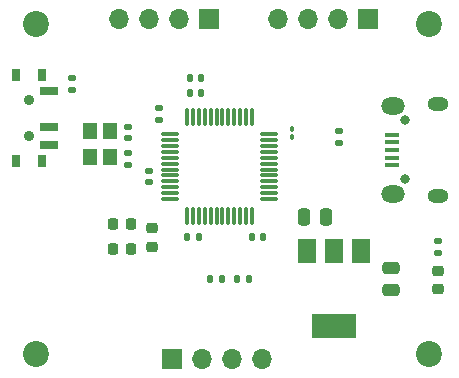
<source format=gbr>
%TF.GenerationSoftware,KiCad,Pcbnew,7.0.8*%
%TF.CreationDate,2025-06-01T22:45:16-07:00*%
%TF.ProjectId,ohm_project,6f686d5f-7072-46f6-9a65-63742e6b6963,rev?*%
%TF.SameCoordinates,Original*%
%TF.FileFunction,Soldermask,Top*%
%TF.FilePolarity,Negative*%
%FSLAX46Y46*%
G04 Gerber Fmt 4.6, Leading zero omitted, Abs format (unit mm)*
G04 Created by KiCad (PCBNEW 7.0.8) date 2025-06-01 22:45:16*
%MOMM*%
%LPD*%
G01*
G04 APERTURE LIST*
G04 Aperture macros list*
%AMRoundRect*
0 Rectangle with rounded corners*
0 $1 Rounding radius*
0 $2 $3 $4 $5 $6 $7 $8 $9 X,Y pos of 4 corners*
0 Add a 4 corners polygon primitive as box body*
4,1,4,$2,$3,$4,$5,$6,$7,$8,$9,$2,$3,0*
0 Add four circle primitives for the rounded corners*
1,1,$1+$1,$2,$3*
1,1,$1+$1,$4,$5*
1,1,$1+$1,$6,$7*
1,1,$1+$1,$8,$9*
0 Add four rect primitives between the rounded corners*
20,1,$1+$1,$2,$3,$4,$5,0*
20,1,$1+$1,$4,$5,$6,$7,0*
20,1,$1+$1,$6,$7,$8,$9,0*
20,1,$1+$1,$8,$9,$2,$3,0*%
G04 Aperture macros list end*
%ADD10O,1.800000X1.150000*%
%ADD11O,2.000000X1.450000*%
%ADD12R,1.300000X0.450000*%
%ADD13O,0.800000X0.800000*%
%ADD14RoundRect,0.140000X0.170000X-0.140000X0.170000X0.140000X-0.170000X0.140000X-0.170000X-0.140000X0*%
%ADD15R,1.700000X1.700000*%
%ADD16O,1.700000X1.700000*%
%ADD17RoundRect,0.250000X-0.250000X-0.475000X0.250000X-0.475000X0.250000X0.475000X-0.250000X0.475000X0*%
%ADD18RoundRect,0.218750X-0.256250X0.218750X-0.256250X-0.218750X0.256250X-0.218750X0.256250X0.218750X0*%
%ADD19R,1.200000X1.400000*%
%ADD20RoundRect,0.075000X-0.662500X-0.075000X0.662500X-0.075000X0.662500X0.075000X-0.662500X0.075000X0*%
%ADD21RoundRect,0.075000X-0.075000X-0.662500X0.075000X-0.662500X0.075000X0.662500X-0.075000X0.662500X0*%
%ADD22C,2.200000*%
%ADD23RoundRect,0.135000X-0.185000X0.135000X-0.185000X-0.135000X0.185000X-0.135000X0.185000X0.135000X0*%
%ADD24R,0.800000X1.000000*%
%ADD25C,0.900000*%
%ADD26R,1.500000X0.700000*%
%ADD27RoundRect,0.140000X0.140000X0.170000X-0.140000X0.170000X-0.140000X-0.170000X0.140000X-0.170000X0*%
%ADD28R,1.500000X2.000000*%
%ADD29R,3.800000X2.000000*%
%ADD30RoundRect,0.135000X0.135000X0.185000X-0.135000X0.185000X-0.135000X-0.185000X0.135000X-0.185000X0*%
%ADD31RoundRect,0.140000X-0.140000X-0.170000X0.140000X-0.170000X0.140000X0.170000X-0.140000X0.170000X0*%
%ADD32RoundRect,0.100000X-0.100000X0.130000X-0.100000X-0.130000X0.100000X-0.130000X0.100000X0.130000X0*%
%ADD33RoundRect,0.135000X-0.135000X-0.185000X0.135000X-0.185000X0.135000X0.185000X-0.135000X0.185000X0*%
%ADD34RoundRect,0.250000X0.475000X-0.250000X0.475000X0.250000X-0.475000X0.250000X-0.475000X-0.250000X0*%
%ADD35RoundRect,0.225000X0.225000X0.250000X-0.225000X0.250000X-0.225000X-0.250000X0.225000X-0.250000X0*%
%ADD36RoundRect,0.135000X0.185000X-0.135000X0.185000X0.135000X-0.185000X0.135000X-0.185000X-0.135000X0*%
G04 APERTURE END LIST*
D10*
%TO.C,U3*%
X178995000Y-50625000D03*
D11*
X175195000Y-50775000D03*
X175195000Y-58225000D03*
D10*
X178995000Y-58375000D03*
D12*
X175145000Y-53200000D03*
X175145000Y-53850000D03*
X175145000Y-54500000D03*
X175145000Y-55150000D03*
X175145000Y-55800000D03*
D13*
X176245000Y-52000000D03*
X176245000Y-57000000D03*
%TD*%
D14*
%TO.C,C5*%
X154500000Y-57230000D03*
X154500000Y-56270000D03*
%TD*%
D15*
%TO.C,J1*%
X173080000Y-43400000D03*
D16*
X170540000Y-43400000D03*
X168000000Y-43400000D03*
X165460000Y-43400000D03*
%TD*%
D17*
%TO.C,C12*%
X169550000Y-60150000D03*
X167650000Y-60150000D03*
%TD*%
D18*
%TO.C,D1*%
X179000000Y-64712500D03*
X179000000Y-66287500D03*
%TD*%
D19*
%TO.C,Y1*%
X149500000Y-52900000D03*
X149500000Y-55100000D03*
X151200000Y-55100000D03*
X151200000Y-52900000D03*
%TD*%
D14*
%TO.C,C10*%
X152724000Y-53492000D03*
X152724000Y-52532000D03*
%TD*%
D20*
%TO.C,U1*%
X156337500Y-53162500D03*
X156337500Y-53662500D03*
X156337500Y-54162500D03*
X156337500Y-54662500D03*
X156337500Y-55162500D03*
X156337500Y-55662500D03*
X156337500Y-56162500D03*
X156337500Y-56662500D03*
X156337500Y-57162500D03*
X156337500Y-57662500D03*
X156337500Y-58162500D03*
X156337500Y-58662500D03*
D21*
X157750000Y-60075000D03*
X158250000Y-60075000D03*
X158750000Y-60075000D03*
X159250000Y-60075000D03*
X159750000Y-60075000D03*
X160250000Y-60075000D03*
X160750000Y-60075000D03*
X161250000Y-60075000D03*
X161750000Y-60075000D03*
X162250000Y-60075000D03*
X162750000Y-60075000D03*
X163250000Y-60075000D03*
D20*
X164662500Y-58662500D03*
X164662500Y-58162500D03*
X164662500Y-57662500D03*
X164662500Y-57162500D03*
X164662500Y-56662500D03*
X164662500Y-56162500D03*
X164662500Y-55662500D03*
X164662500Y-55162500D03*
X164662500Y-54662500D03*
X164662500Y-54162500D03*
X164662500Y-53662500D03*
X164662500Y-53162500D03*
D21*
X163250000Y-51750000D03*
X162750000Y-51750000D03*
X162250000Y-51750000D03*
X161750000Y-51750000D03*
X161250000Y-51750000D03*
X160750000Y-51750000D03*
X160250000Y-51750000D03*
X159750000Y-51750000D03*
X159250000Y-51750000D03*
X158750000Y-51750000D03*
X158250000Y-51750000D03*
X157750000Y-51750000D03*
%TD*%
D15*
%TO.C,J3*%
X156520000Y-72200000D03*
D16*
X159060000Y-72200000D03*
X161600000Y-72200000D03*
X164140000Y-72200000D03*
%TD*%
D15*
%TO.C,J2*%
X159600000Y-43400000D03*
D16*
X157060000Y-43400000D03*
X154520000Y-43400000D03*
X151980000Y-43400000D03*
%TD*%
D22*
%TO.C,H1*%
X145000000Y-43800000D03*
%TD*%
D23*
%TO.C,R2*%
X170600000Y-52900000D03*
X170600000Y-53920000D03*
%TD*%
D22*
%TO.C,H2*%
X178200000Y-43800000D03*
%TD*%
%TO.C,H3*%
X178200000Y-71800000D03*
%TD*%
D24*
%TO.C,SW1*%
X145455000Y-48150000D03*
X143245000Y-48150000D03*
D25*
X144345000Y-50300000D03*
X144345000Y-53300000D03*
D24*
X145455000Y-55450000D03*
X143245000Y-55450000D03*
D26*
X146105000Y-49550000D03*
X146105000Y-52550000D03*
X146105000Y-54050000D03*
%TD*%
D27*
%TO.C,C2*%
X164200000Y-61900000D03*
X163240000Y-61900000D03*
%TD*%
D22*
%TO.C,H4*%
X145000000Y-71800000D03*
%TD*%
D28*
%TO.C,U2*%
X172500000Y-63100000D03*
X170200000Y-63100000D03*
D29*
X170200000Y-69400000D03*
D28*
X167900000Y-63100000D03*
%TD*%
D30*
%TO.C,R4*%
X160740000Y-65400000D03*
X159720000Y-65400000D03*
%TD*%
D31*
%TO.C,C3*%
X158014000Y-48410000D03*
X158974000Y-48410000D03*
%TD*%
D32*
%TO.C,C4*%
X166624000Y-52766000D03*
X166624000Y-53406000D03*
%TD*%
D31*
%TO.C,C1*%
X157986000Y-49680000D03*
X158946000Y-49680000D03*
%TD*%
D14*
%TO.C,C9*%
X155418000Y-51938000D03*
X155418000Y-50978000D03*
%TD*%
D33*
%TO.C,R5*%
X161980000Y-65400000D03*
X163000000Y-65400000D03*
%TD*%
D34*
%TO.C,C13*%
X175000000Y-66400000D03*
X175000000Y-64500000D03*
%TD*%
D35*
%TO.C,C7*%
X152995000Y-62900000D03*
X151445000Y-62900000D03*
%TD*%
D31*
%TO.C,C8*%
X157790000Y-61900000D03*
X158750000Y-61900000D03*
%TD*%
D36*
%TO.C,R3*%
X179000000Y-63200000D03*
X179000000Y-62180000D03*
%TD*%
D14*
%TO.C,C11*%
X152724000Y-55750000D03*
X152724000Y-54790000D03*
%TD*%
D18*
%TO.C,FB1*%
X154773000Y-61122000D03*
X154773000Y-62697000D03*
%TD*%
D23*
%TO.C,R1*%
X148000000Y-48400000D03*
X148000000Y-49420000D03*
%TD*%
D35*
%TO.C,C6*%
X153025000Y-60750000D03*
X151475000Y-60750000D03*
%TD*%
M02*

</source>
